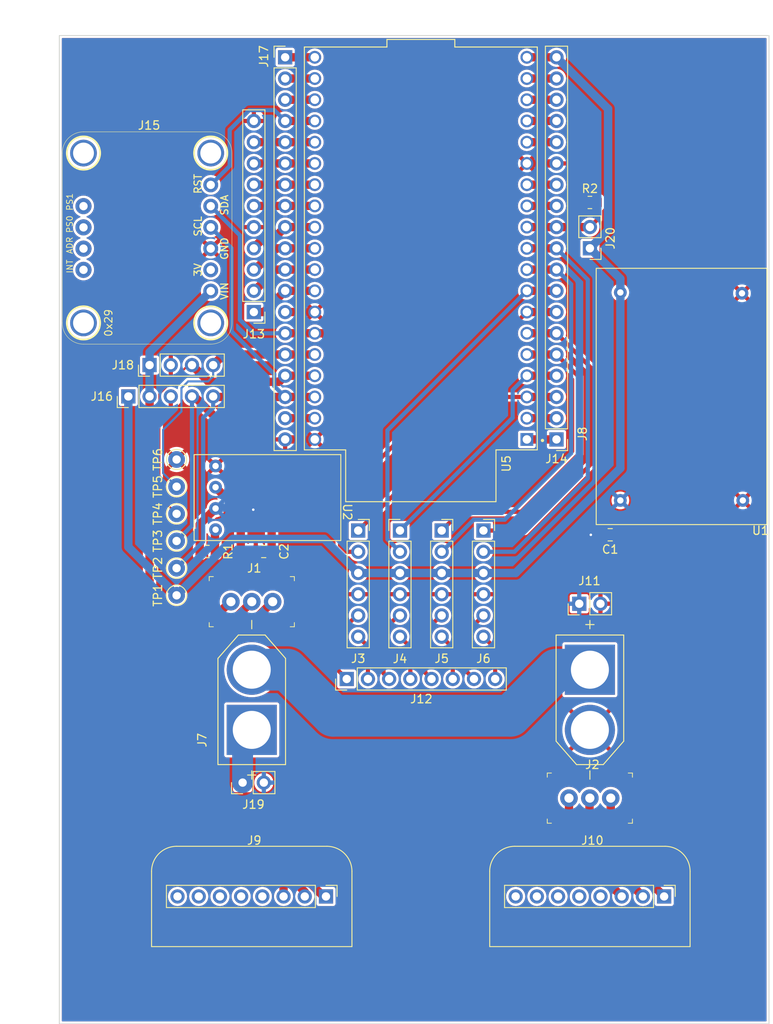
<source format=kicad_pcb>
(kicad_pcb (version 20211014) (generator pcbnew)
  (layers (0 "F.Cu" signal) (31 "B.Cu" signal) (34 "B.Paste" user) (35 "F.Paste" user) (36 "B.SilkS" user "B.Silkscreen") (37 "F.SilkS" user "F.Silkscreen") (38 "B.Mask" user) (39 "F.Mask" user) (44 "Edge.Cuts" user))
  (net 0 "")
  (net 1 "+15V")
  (net 2 "GND")
  (net 3 "Net-(J9-Pad3)")
  (net 4 "Net-(J9-Pad2)")
  (net 5 "Net-(J9-Pad1)")
  (net 6 "Net-(J10-Pad1)")
  (net 7 "Net-(J10-Pad2)")
  (net 8 "Net-(J10-Pad3)")
  (net 9 "/M1ENCB")
  (net 10 "/M1ENCA")
  (net 11 "+5V")
  (net 12 "Net-(J12-Pad1)")
  (net 13 "Net-(J12-Pad2)")
  (net 14 "/M2ENCB")
  (net 15 "/M2ENCA")
  (net 16 "Net-(J12-Pad3)")
  (net 17 "Net-(J12-Pad4)")
  (net 18 "/M3ENCB")
  (net 19 "/M3ENCA")
  (net 20 "Net-(J12-Pad5)")
  (net 21 "Net-(J12-Pad6)")
  (net 22 "/M4ENCB")
  (net 23 "/M4ENCA")
  (net 24 "Net-(J12-Pad7)")
  (net 25 "Net-(J12-Pad8)")
  (net 26 "Net-(J19-Pad1)")
  (net 27 "Net-(J7-PadN)")
  (net 38 "/DIR1 (1)")
  (net 39 "/PWM1 (1)")
  (net 40 "/DIR2 (2)")
  (net 41 "/PWM2 (2)")
  (net 42 "/DIR1 (3)")
  (net 43 "/PWM1 (3)")
  (net 44 "/DIR2 (4)")
  (net 45 "/PWM2 (4)")
  (net 46 "Net-(J14-Pad1)")
  (net 47 "Net-(J14-Pad2)")
  (net 48 "/LOGIC_SWTICH")
  (net 49 "Net-(J14-Pad12)")
  (net 50 "Net-(J14-Pad13)")
  (net 51 "Net-(J14-Pad15)")
  (net 52 "Net-(J14-Pad16)")
  (net 53 "Net-(J14-Pad17)")
  (net 54 "Net-(J14-Pad18)")
  (net 55 "+3.3V")
  (net 57 "/SDA")
  (net 58 "/SCL")
  (net 59 "/RST")
  (net 60 "Net-(J17-Pad1)")
  (net 61 "Net-(J17-Pad2)")
  (net 62 "Net-(J17-Pad3)")
  (net 63 "/RX")
  (net 64 "/TX")
  (net 65 "Net-(J17-Pad18)")
  (net 66 "Net-(R1-Pad1)")
  (footprint "Connector_PinHeader_2.54mm:PinHeader_1x06_P2.54mm_Vertical" (layer "F.Cu") (at 168.298941 146.972851)
    (fp_text reference "J4")
    (fp_text value "Drive Motor 2")
  )
  (footprint "Connector_PinSocket_2.54mm:PinSocket_1x06_P2.54mm_Vertical" (layer "F.Cu") (at 163.298941 146.972851)
    (fp_text reference "J3")
    (fp_text value "Drive Motor 1")
  )
  (footprint "Connector_PinSocket_2.54mm:PinSocket_1x06_P2.54mm_Vertical" (layer "F.Cu") (at 173.298941 146.972851)
    (fp_text reference "J5")
    (fp_text value "Drive Motor 3")
  )
  (footprint "TestPoint:TestPoint_THTPad_D2.0mm_Drill1.0mm" (layer "F.Cu") (at 141.548941 151.472851 90)
    (fp_text reference "TP2")
    (fp_text value "TestPoint - SCL")
  )
  (footprint "Library:DC-DC_Buck_Converter_7-24V_to_5V_4A" (layer "F.Cu") (at 191.895 146.17 90)
    (fp_text reference "U1")
    (fp_text value "DC-DC_Buck_Converter_7-24V_to_5V_4A")
  )
  (footprint "Connector_PinHeader_2.54mm:PinHeader_1x10_P2.54mm_Vertical" (layer "F.Cu") (at 150.798941 120.832851 180)
    (fp_text reference "J13")
    (fp_text value "2 x Motor Driver")
  )
  (footprint "TestPoint:TestPoint_THTPad_D2.0mm_Drill1.0mm" (layer "F.Cu") (at 141.548941 148.222851 90)
    (fp_text reference "TP3")
    (fp_text value "TestPoint - SDA")
  )
  (footprint "digikey-footprints:PinHeader_1x3_P2.5mm_Drill1.1mm" (layer "F.Cu") (at 148.053941 155.485)
    (fp_text reference "J1")
    (fp_text value "B3B-XH-A_LF__SN_")
  )
  (footprint "digikey-footprints:PinHeader_1x3_P2.5mm_Drill1.1mm" (layer "F.Cu") (at 188.543941 178.985)
    (fp_text reference "J2")
    (fp_text value "B3B-XH-A_LF__SN_")
  )
  (footprint "Connector_PinHeader_2.54mm:PinHeader_1x02_P2.54mm_Vertical" (layer "F.Cu") (at 149.455 177.13 90)
    (fp_text reference "J19")
    (fp_text value "Power Switch")
  )
  (footprint "Capacitor_SMD:C_0805_2012Metric" (layer "F.Cu") (at 151.98 149.48 180)
    (fp_text reference "C2")
    (fp_text value "10UF")
  )
  (footprint "Library:Lipo Buzzer Vertical" (layer "F.Cu") (at 150.548941 190.75)
    (fp_text reference "J9")
    (fp_text value "Lipo Buzzer 1")
  )
  (footprint "Resistor_SMD:R_0805_2012Metric" (layer "F.Cu") (at 191.048941 107.722851)
    (fp_text reference "R2")
    (fp_text value "10K")
  )
  (footprint "Library:Lipo Buzzer Vertical" (layer "F.Cu") (at 191.048941 190.75)
    (fp_text reference "J10")
    (fp_text value "Lipo Buzzer 2")
  )
  (footprint "Connector_PinSocket_2.54mm:PinSocket_1x06_P2.54mm_Vertical" (layer "F.Cu") (at 178.298941 146.972851)
    (fp_text reference "J6")
    (fp_text value "Drive Motor 4")
  )
  (footprint "TestPoint:TestPoint_THTPad_D2.0mm_Drill1.0mm" (layer "F.Cu") (at 141.548941 154.722851 90)
    (fp_text reference "TP1")
    (fp_text value "TestPoint - 5V")
  )
  (footprint "Connector_PinHeader_2.54mm:PinHeader_1x19_P2.54mm_Vertical" (layer "F.Cu") (at 187.048941 136.072851 180)
    (fp_text reference "J14")
    (fp_text value "Conn_01x19_Male")
  )
  (footprint "Connector_PinHeader_2.54mm:PinHeader_1x02_P2.54mm_Vertical" (layer "F.Cu") (at 189.773941 155.73 90)
    (fp_text reference "J11")
    (fp_text value "Voltmeter 1")
  )
  (footprint "Resistor_SMD:R_0805_2012Metric" (layer "F.Cu") (at 145.23 149.48 180)
    (fp_text reference "R1")
    (fp_text value "100K")
  )
  (footprint "ESP32-DEVKITC:MODULE_ESP32-DEVKITC" (layer "F.Cu") (at 170.798941 113.222851 180)
    (fp_text reference "U5")
    (fp_text value "ESP32-DEVKITC")
  )
  (footprint "TestPoint:TestPoint_THTPad_D2.0mm_Drill1.0mm" (layer "F.Cu") (at 141.548941 141.722851 90)
    (fp_text reference "TP5")
    (fp_text value "TestPoint - RX")
  )
  (footprint "Connector_PinHeader_2.54mm:PinHeader_1x05_P2.54mm_Vertical" (layer "F.Cu") (at 135.77 130.93 90)
    (fp_text reference "J16")
    (fp_text value "Line PCB")
  )
  (footprint "TestPoint:TestPoint_THTPad_D2.0mm_Drill1.0mm" (layer "F.Cu") (at 141.548941 138.472851 90)
    (fp_text reference "TP6")
    (fp_text value "TestPoint - GND")
  )
  (footprint "TestPoint:TestPoint_THTPad_D2.0mm_Drill1.0mm" (layer "F.Cu") (at 141.548941 144.972851 90)
    (fp_text reference "TP4")
    (fp_text value "TestPoint - TX")
  )
  (footprint "Connector_PinHeader_2.54mm:PinHeader_1x04_P2.54mm_Vertical" (layer "F.Cu") (at 138.31 127.18 90)
    (fp_text reference "J18")
    (fp_text value "H7")
  )
  (footprint "Library:Adafruit IMU BNO055" (layer "F.Cu") (at 120.646441 112.382851 90)
    (fp_text reference "J15")
    (fp_text value "IMU Breakout - BNO055")
  )
  (footprint "XT60-M:AMASS_XT60-M" (layer "F.Cu") (at 191.048941 167.222851 -90)
    (fp_text reference "J8")
    (fp_text value "XT60-M")
  )
  (footprint "XT60-M:AMASS_XT60-M" (layer "F.Cu") (at 150.548941 167.222851 90)
    (fp_text reference "J7")
    (fp_text value "XT60-M")
  )
  (footprint "Library:MPM3610 3.3V Buck Converter Breakout - 21V In 3.3V Out at 1.2A" (layer "F.Cu") (at 161.125 137.98 -90)
    (fp_text reference "U2")
    (fp_text value "MPM3610_3.3V_Buck_Converter_Breakout_-_21V_In_3.3V_Out_at_1.2A")
  )
  (footprint "Connector_PinHeader_2.54mm:PinHeader_1x02_P2.54mm_Vertical" (layer "F.Cu") (at 191.048941 113.202851 180)
    (fp_text reference "J20")
    (fp_text value "Logic Switch")
  )
  (footprint "Connector_PinHeader_2.54mm:PinHeader_1x19_P2.54mm_Vertical" (layer "F.Cu") (at 154.548941 90.352851)
    (fp_text reference "J17")
    (fp_text value "Conn_01x19_Male")
  )
  (footprint "Capacitor_SMD:C_0805_2012Metric" (layer "F.Cu") (at 193.48 147.48)
    (fp_text reference "C1")
    (fp_text value "10UF")
  )
  (footprint "Connector_PinHeader_2.54mm:PinHeader_1x08_P2.54mm_Vertical" (layer "F.Cu") (at 161.923941 164.73 90)
    (fp_text reference "J12")
    (fp_text value "Motor Driver Outputs")
  )
  (gr_rect (start 127.5 87.75) (end 212.5 206) (layer "Edge.Cuts") (width 0.1) (fill none))
  (segment (start 192.53 147.48) (end 191.168208 147.48) (width 1) (layer "F.Cu") (net 1))
  (segment (start 152.93 146.68) (end 150.73 144.48) (width 1) (layer "F.Cu") (net 1))
  (segment (start 191.168208 147.48) (end 191.161059 147.487149) (width 1) (layer "F.Cu") (net 1))
  (segment (start 144.3175 149.48) (end 144.3175 146.2275) (width 1) (layer "F.Cu") (net 1))
  (segment (start 144.3175 146.2275) (end 146.215 144.33) (width 1) (layer "F.Cu") (net 1))
  (segment (start 152.93 149.48) (end 152.93 146.68) (width 1) (layer "F.Cu") (net 1))
  (via (at 191.161059 147.487149) (size 0.6) (drill 0.3) (layers "F.Cu" "B.Cu") (net 1))
  (via (at 150.73 144.48) (size 0.6) (drill 0.3) (layers "F.Cu" "B.Cu") (net 1))
  (segment (start 150.48 144.23) (end 146.315 144.23) (width 1) (layer "B.Cu") (net 1))
  (segment (start 150.73 144.48) (end 150.48 144.23) (width 1) (layer "B.Cu") (net 1))
  (segment (start 146.315 144.23) (end 146.215 144.33) (width 1) (layer "B.Cu") (net 1))
  (segment (start 158.098941 136.072851) (end 154.548941 136.072851) (width 1) (layer "F.Cu") (net 2))
  (segment (start 158.098941 120.832851) (end 154.548941 120.832851) (width 1) (layer "F.Cu") (net 2))
  (segment (start 183.498941 103.052851) (end 187.048941 103.052851) (width 1) (layer "F.Cu") (net 2))
  (segment (start 154.358941 190.75) (end 154.358941 189.358941) (width 1) (layer "F.Cu") (net 3))
  (segment (start 154.358941 189.358941) (end 141.98 176.98) (width 1) (layer "F.Cu") (net 3))
  (segment (start 147.975 155.485) (end 148.053941 155.485) (width 1) (layer "F.Cu") (net 3))
  (segment (start 141.98 176.98) (end 141.98 161.48) (width 1) (layer "F.Cu") (net 3))
  (segment (start 141.98 161.48) (end 147.975 155.485) (width 1) (layer "F.Cu") (net 3))
  (segment (start 143.78 162.258941) (end 143.78 177.082944) (width 1) (layer "F.Cu") (net 4))
  (segment (start 143.78 177.082944) (end 156.898941 190.201885) (width 1) (layer "F.Cu") (net 4))
  (segment (start 150.548941 155.49) (end 143.78 162.258941) (width 1) (layer "F.Cu") (net 4))
  (segment (start 156.898941 190.201885) (end 156.898941 190.75) (width 1) (layer "F.Cu") (net 4))
  (segment (start 159.438941 190.75) (end 159.144112 190.75) (width 1) (layer "F.Cu") (net 5))
  (segment (start 145.73 162.808941) (end 153.053941 155.485) (width 1) (layer "F.Cu") (net 5))
  (segment (start 159.144112 190.75) (end 145.73 177.335888) (width 1) (layer "F.Cu") (net 5))
  (segment (start 145.73 177.335888) (end 145.73 162.808941) (width 1) (layer "F.Cu") (net 5))
  (segment (start 193.543941 184.355) (end 199.938941 190.75) (width 1) (layer "F.Cu") (net 6))
  (segment (start 193.543941 178.985) (end 193.543941 184.355) (width 1) (layer "F.Cu") (net 6))
  (segment (start 197.398941 190.75) (end 191 184.351059) (width 1) (layer "F.Cu") (net 7))
  (segment (start 191 184.351059) (end 191 179.028941) (width 1) (layer "F.Cu") (net 7))
  (segment (start 191 179.028941) (end 191.043941 178.985) (width 1) (layer "F.Cu") (net 7))
  (segment (start 188.543941 184.435) (end 194.858941 190.75) (width 1) (layer "F.Cu") (net 8))
  (segment (start 188.543941 178.985) (end 188.543941 184.435) (width 1) (layer "F.Cu") (net 8))
  (segment (start 183.498941 130.992851) (end 187.048941 130.992851) (width 1) (layer "F.Cu") (net 9))
  (segment (start 179.278941 130.992851) (end 183.498941 130.992851) (width 0.5) (layer "F.Cu") (net 9))
  (segment (start 163.298941 146.972851) (end 179.278941 130.992851) (width 0.5) (layer "F.Cu") (net 9))
  (segment (start 161.912851 149.512851) (end 161.13 148.73) (width 0.5) (layer "F.Cu") (net 10))
  (segment (start 163.298941 149.512851) (end 161.912851 149.512851) (width 0.5) (layer "F.Cu") (net 10))
  (segment (start 183.498941 120.832851) (end 187.048941 120.832851) (width 1) (layer "F.Cu") (net 10))
  (segment (start 161.13 148.73) (end 161.13 143.201792) (width 0.5) (layer "F.Cu") (net 10))
  (segment (start 161.13 143.201792) (end 183.498941 120.832851) (width 0.5) (layer "F.Cu") (net 10))
  (segment (start 183.498941 90.352851) (end 187.048941 90.352851) (width 1) (layer "F.Cu") (net 11))
  (segment (start 182.157149 152.052851) (end 194.695 139.515) (width 1) (layer "B.Cu") (net 11))
  (segment (start 193.23 96.53391) (end 187.048941 90.352851) (width 1) (layer "B.Cu") (net 11))
  (segment (start 141.548941 154.722851) (end 135.77 148.94391) (width 1) (layer "B.Cu") (net 11))
  (segment (start 194.695 139.515) (end 194.695 118.49) (width 1) (layer "B.Cu") (net 11))
  (segment (start 194.695 118.49) (end 194.695 116.84891) (width 1) (layer "B.Cu") (net 11))
  (segment (start 148.298941 147.972851) (end 141.548941 154.722851) (width 1) (layer "B.Cu") (net 11))
  (segment (start 178.298941 152.052851) (end 182.157149 152.052851) (width 1) (layer "B.Cu") (net 11))
  (segment (start 135.77 148.94391) (end 135.77 130.93) (width 1) (layer "B.Cu") (net 11))
  (segment (start 193.23 111.021792) (end 193.23 96.53391) (width 1) (layer "B.Cu") (net 11))
  (segment (start 163.298941 152.052851) (end 159.218941 147.972851) (width 1) (layer "B.Cu") (net 11))
  (segment (start 194.695 116.84891) (end 191.048941 113.202851) (width 1) (layer "B.Cu") (net 11))
  (segment (start 159.218941 147.972851) (end 148.298941 147.972851) (width 1) (layer "B.Cu") (net 11))
  (segment (start 178.298941 152.052851) (end 163.298941 152.052851) (width 1) (layer "B.Cu") (net 11))
  (segment (start 191.048941 113.202851) (end 193.23 111.021792) (width 1) (layer "B.Cu") (net 11))
  (segment (start 163.127149 157.132851) (end 163.298941 157.132851) (width 0.5) (layer "F.Cu") (net 12))
  (segment (start 161.923941 164.73) (end 160.93 163.736059) (width 0.5) (layer "F.Cu") (net 12))
  (segment (start 160.93 163.736059) (end 160.93 159.33) (width 0.5) (layer "F.Cu") (net 12))
  (segment (start 160.93 159.33) (end 163.127149 157.132851) (width 0.5) (layer "F.Cu") (net 12))
  (segment (start 163.298941 159.672851) (end 164.463941 160.837851) (width 0.5) (layer "F.Cu") (net 13))
  (segment (start 164.463941 160.837851) (end 164.463941 164.73) (width 0.5) (layer "F.Cu") (net 13))
  (segment (start 183.498941 128.452851) (end 187.048941 128.452851) (width 1) (layer "F.Cu") (net 14))
  (segment (start 181.798941 130.152851) (end 183.498941 128.452851) (width 0.5) (layer "B.Cu") (net 14))
  (segment (start 168.298941 146.972851) (end 181.798941 133.472851) (width 0.5) (layer "B.Cu") (net 14))
  (segment (start 181.798941 133.472851) (end 181.798941 130.152851) (width 0.5) (layer "B.Cu") (net 14))
  (segment (start 183.498941 118.292851) (end 187.048941 118.292851) (width 1) (layer "F.Cu") (net 15))
  (segment (start 166.798941 134.992851) (end 183.498941 118.292851) (width 0.5) (layer "B.Cu") (net 15))
  (segment (start 166.798941 148.012851) (end 166.798941 134.992851) (width 0.5) (layer "B.Cu") (net 15))
  (segment (start 168.298941 149.512851) (end 166.798941 148.012851) (width 0.5) (layer "B.Cu") (net 15))
  (segment (start 168.113045 157.132851) (end 168.298941 157.132851) (width 0.5) (layer "F.Cu") (net 16))
  (segment (start 166.33 164.056059) (end 166.33 158.915896) (width 0.5) (layer "F.Cu") (net 16))
  (segment (start 167.003941 164.73) (end 166.33 164.056059) (width 0.5) (layer "F.Cu") (net 16))
  (segment (start 166.33 158.915896) (end 168.113045 157.132851) (width 0.5) (layer "F.Cu") (net 16))
  (segment (start 168.298941 159.672851) (end 169.543941 160.917851) (width 0.5) (layer "F.Cu") (net 17))
  (segment (start 169.543941 160.917851) (end 169.543941 164.73) (width 0.5) (layer "F.Cu") (net 17))
  (segment (start 175.541792 144.73) (end 182.801842 144.73) (width 0.5) (layer "F.Cu") (net 18))
  (segment (start 183.498941 125.912851) (end 187.048941 125.912851) (width 1) (layer "F.Cu") (net 18))
  (segment (start 189.73 128.59391) (end 187.048941 125.912851) (width 0.5) (layer "F.Cu") (net 18))
  (segment (start 182.801842 144.73) (end 189.73 137.801842) (width 0.5) (layer "F.Cu") (net 18))
  (segment (start 173.298941 146.972851) (end 175.541792 144.73) (width 0.5) (layer "F.Cu") (net 18))
  (segment (start 189.73 137.801842) (end 189.73 128.59391) (width 0.5) (layer "F.Cu") (net 18))
  (segment (start 183.498941 115.752851) (end 187.048941 115.752851) (width 1) (layer "F.Cu") (net 19))
  (segment (start 180.848941 145.672851) (end 188.798941 137.722851) (width 0.5) (layer "B.Cu") (net 19))
  (segment (start 188.798941 137.722851) (end 188.798941 117.502851) (width 0.5) (layer "B.Cu") (net 19))
  (segment (start 173.298941 149.512851) (end 177.138941 145.672851) (width 0.5) (layer "B.Cu") (net 19))
  (segment (start 177.138941 145.672851) (end 180.848941 145.672851) (width 0.5) (layer "B.Cu") (net 19))
  (segment (start 188.798941 117.502851) (end 187.048941 115.752851) (width 0.5) (layer "B.Cu") (net 19))
  (segment (start 171.33 159.015896) (end 173.213045 157.132851) (width 0.5) (layer "F.Cu") (net 20))
  (segment (start 171.33 163.976059) (end 171.33 159.015896) (width 0.5) (layer "F.Cu") (net 20))
  (segment (start 173.213045 157.132851) (end 173.298941 157.132851) (width 0.5) (layer "F.Cu") (net 20))
  (segment (start 172.083941 164.73) (end 171.33 163.976059) (width 0.5) (layer "F.Cu") (net 20))
  (segment (start 174.623941 160.997851) (end 173.298941 159.672851) (width 0.5) (layer "F.Cu") (net 21))
  (segment (start 174.623941 164.73) (end 174.623941 160.997851) (width 0.5) (layer "F.Cu") (net 21))
  (segment (start 178.298941 146.972851) (end 183.237149 146.972851) (width 0.5) (layer "F.Cu") (net 22))
  (segment (start 191.23 127.55391) (end 187.048941 123.372851) (width 0.5) (layer "F.Cu") (net 22))
  (segment (start 191.23 138.98) (end 191.23 127.55391) (width 0.5) (layer "F.Cu") (net 22))
  (segment (start 183.237149 146.972851) (end 191.23 138.98) (width 0.5) (layer "F.Cu") (net 22))
  (segment (start 183.498941 123.372851) (end 187.048941 123.372851) (width 1) (layer "F.Cu") (net 22))
  (segment (start 183.498941 113.212851) (end 187.048941 113.212851) (width 1) (layer "F.Cu") (net 23))
  (segment (start 178.298941 149.512851) (end 182.008941 149.512851) (width 0.5) (layer "B.Cu") (net 23))
  (segment (start 182.008941 149.512851) (end 190.798941 140.722851) (width 0.5) (layer "B.Cu") (net 23))
  (segment (start 190.798941 140.722851) (end 190.798941 116.962851) (width 0.5) (layer "B.Cu") (net 23))
  (segment (start 190.798941 116.962851) (end 187.048941 113.212851) (width 0.5) (layer "B.Cu") (net 23))
  (segment (start 176.33 159.101792) (end 176.33 163.896059) (width 0.5) (layer "F.Cu") (net 24))
  (segment (start 178.298941 157.132851) (end 176.33 159.101792) (width 0.5) (layer "F.Cu") (net 24))
  (segment (start 176.33 163.896059) (end 177.163941 164.73) (width 0.5) (layer "F.Cu") (net 24))
  (segment (start 179.703941 161.077851) (end 178.298941 159.672851) (width 0.5) (layer "F.Cu") (net 25))
  (segment (start 179.703941 164.73) (end 179.703941 161.077851) (width 0.5) (layer "F.Cu") (net 25))
  (segment (start 149.455 177.13) (end 149.455 171.916792) (width 2.5) (layer "B.Cu") (net 26))
  (segment (start 187.037149 163.622851) (end 191.048941 163.622851) (width 5) (layer "B.Cu") (net 27))
  (segment (start 160.29873 169.13) (end 181.53 169.13) (width 5) (layer "B.Cu") (net 27))
  (segment (start 154.791581 163.622851) (end 160.29873 169.13) (width 5) (layer "B.Cu") (net 27))
  (segment (start 181.53 169.13) (end 187.037149 163.622851) (width 5) (layer "B.Cu") (net 27))
  (segment (start 150.548941 163.622851) (end 154.791581 163.622851) (width 5) (layer "B.Cu") (net 27))
  (segment (start 150.798941 120.832851) (end 152.008941 120.832851) (width 1) (layer "F.Cu") (net 38))
  (segment (start 154.548941 118.292851) (end 158.098941 118.292851) (width 1) (layer "F.Cu") (net 38))
  (segment (start 152.008941 120.832851) (end 154.548941 118.292851) (width 1) (layer "F.Cu") (net 38))
  (segment (start 154.548941 115.752851) (end 153.423045 115.752851) (width 1) (layer "F.Cu") (net 39))
  (segment (start 150.883045 118.292851) (end 150.798941 118.292851) (width 1) (layer "F.Cu") (net 39))
  (segment (start 153.423045 115.752851) (end 150.883045 118.292851) (width 1) (layer "F.Cu") (net 39))
  (segment (start 158.098941 115.752851) (end 154.548941 115.752851) (width 1) (layer "F.Cu") (net 39))
  (segment (start 150.953045 115.752851) (end 150.798941 115.752851) (width 1) (layer "F.Cu") (net 40))
  (segment (start 154.548941 113.212851) (end 153.493045 113.212851) (width 1) (layer "F.Cu") (net 40))
  (segment (start 154.548941 113.212851) (end 158.098941 113.212851) (width 1) (layer "F.Cu") (net 40))
  (segment (start 153.493045 113.212851) (end 150.953045 115.752851) (width 1) (layer "F.Cu") (net 40))
  (segment (start 152.008941 111.93) (end 153.291792 111.93) (width 1) (layer "F.Cu") (net 41))
  (segment (start 153.291792 111.93) (end 154.548941 110.672851) (width 1) (layer "F.Cu") (net 41))
  (segment (start 150.798941 113.14) (end 152.008941 111.93) (width 1) (layer "F.Cu") (net 41))
  (segment (start 154.548941 110.672851) (end 158.098941 110.672851) (width 1) (layer "F.Cu") (net 41))
  (segment (start 150.798941 113.212851) (end 150.798941 113.14) (width 1) (layer "F.Cu") (net 41))
  (segment (start 150.798941 108.132851) (end 158.098941 108.132851) (width 1) (layer "F.Cu") (net 42))
  (segment (start 150.798941 105.592851) (end 158.098941 105.592851) (width 1) (layer "F.Cu") (net 43))
  (segment (start 154.548941 103.052851) (end 158.098941 103.052851) (width 1) (layer "F.Cu") (net 44))
  (segment (start 150.798941 103.052851) (end 154.548941 103.052851) (width 1) (layer "F.Cu") (net 44))
  (segment (start 158.098941 100.512851) (end 154.548941 100.512851) (width 1) (layer "F.Cu") (net 45))
  (segment (start 150.798941 100.512851) (end 154.548941 100.512851) (width 1) (layer "F.Cu") (net 45))
  (segment (start 183.498941 136.072851) (end 187.048941 136.072851) (width 1) (layer "F.Cu") (net 46))
  (segment (start 183.498941 133.532851) (end 187.048941 133.532851) (width 1) (layer "F.Cu") (net 47))
  (segment (start 191.961441 107.722851) (end 191.961441 109.750351) (width 0.5) (layer "F.Cu") (net 48))
  (segment (start 191.961441 109.750351) (end 191.048941 110.662851) (width 0.5) (layer "F.Cu") (net 48))
  (segment (start 191.038941 110.672851) (end 191.048941 110.662851) (width 1) (layer "F.Cu") (net 48))
  (segment (start 183.498941 110.672851) (end 191.038941 110.672851) (width 1) (layer "F.Cu") (net 48))
  (segment (start 183.498941 108.132851) (end 187.048941 108.132851) (width 1) (layer "F.Cu") (net 49))
  (segment (start 183.498941 105.592851) (end 187.048941 105.592851) (width 1) (layer "F.Cu") (net 50))
  (segment (start 183.498941 100.512851) (end 187.048941 100.512851) (width 1) (layer "F.Cu") (net 51))
  (segment (start 183.498941 97.972851) (end 187.048941 97.972851) (width 1) (layer "F.Cu") (net 52))
  (segment (start 183.498941 95.432851) (end 187.048941 95.432851) (width 1) (layer "F.Cu") (net 53))
  (segment (start 183.498941 92.892851) (end 187.048941 92.892851) (width 1) (layer "F.Cu") (net 54))
  (segment (start 146.215 141.79) (end 149.23 144.805) (width 1) (layer "F.Cu") (net 55))
  (segment (start 138.31 155.06) (end 138.31 130.93) (width 1) (layer "F.Cu") (net 55))
  (segment (start 149.23 150.23) (end 142.23 157.23) (width 1) (layer "F.Cu") (net 55))
  (segment (start 140.48 157.23) (end 138.31 155.06) (width 1) (layer "F.Cu") (net 55))
  (segment (start 142.23 157.23) (end 140.48 157.23) (width 1) (layer "F.Cu") (net 55))
  (segment (start 149.23 144.805) (end 149.23 150.23) (width 1) (layer "F.Cu") (net 55))
  (segment (start 138.31 127.18) (end 138.31 130.93) (width 1) (layer "B.Cu") (net 55))
  (segment (start 138.31 127.18) (end 138.31 125.649292) (width 1) (layer "B.Cu") (net 55))
  (segment (start 138.31 125.649292) (end 145.636441 118.322851) (width 1) (layer "B.Cu") (net 55))
  (segment (start 149.98 135.23) (end 153.48 138.73) (width 1) (layer "F.Cu") (net 57))
  (segment (start 159.122851 123.372851) (end 158.098941 123.372851) (width 1) (layer "F.Cu") (net 57))
  (segment (start 143.68 130.93) (end 147.98 135.23) (width 1) (layer "F.Cu") (net 57))
  (segment (start 160.48 124.73) (end 159.122851 123.372851) (width 1) (layer "F.Cu") (net 57))
  (segment (start 158.098941 123.372851) (end 154.548941 123.372851) (width 1) (layer "F.Cu") (net 57))
  (segment (start 160.48 137.23) (end 160.48 124.73) (width 1) (layer "F.Cu") (net 57))
  (segment (start 153.48 138.73) (end 158.98 138.73) (width 1) (layer "F.Cu") (net 57))
  (segment (start 143.39 130.93) (end 143.68 130.93) (width 1) (layer "F.Cu") (net 57))
  (segment (start 158.98 138.73) (end 160.48 137.23) (width 1) (layer "F.Cu") (net 57))
  (segment (start 147.98 135.23) (end 149.98 135.23) (width 1) (layer "F.Cu") (net 57))
  (segment (start 141.548941 148.222851) (end 143.39 146.381792) (width 0.5) (layer "B.Cu") (net 57))
  (segment (start 145.636441 108.162851) (end 149.13 111.65641) (width 0.5) (layer "B.Cu") (net 57))
  (segment (start 149.13 111.65641) (end 149.13 121.76391) (width 0.5) (layer "B.Cu") (net 57))
  (segment (start 150.738941 123.372851) (end 154.548941 123.372851) (width 0.5) (layer "B.Cu") (net 57))
  (segment (start 143.39 146.381792) (end 143.39 130.93) (width 0.5) (layer "B.Cu") (net 57))
  (segment (start 149.13 121.76391) (end 150.738941 123.372851) (width 0.5) (layer "B.Cu") (net 57))
  (segment (start 145.992851 130.992851) (end 145.93 130.93) (width 1) (layer "F.Cu") (net 58))
  (segment (start 145.965 130.95) (end 145.945 130.93) (width 1) (layer "F.Cu") (net 58))
  (segment (start 158.098941 130.992851) (end 154.548941 130.992851) (width 1) (layer "F.Cu") (net 58))
  (segment (start 154.548941 130.992851) (end 145.992851 130.992851) (width 1) (layer "F.Cu") (net 58))
  (segment (start 145.636441 110.702851) (end 148.13 113.19641) (width 0.5) (layer "B.Cu") (net 58))
  (segment (start 148.13 123.145432) (end 153.248941 128.264373) (width 0.5) (layer "B.Cu") (net 58))
  (segment (start 153.248941 129.692851) (end 154.548941 130.992851) (width 0.5) (layer "B.Cu") (net 58))
  (segment (start 145.93 132.28) (end 145.93 130.93) (width 0.5) (layer "B.Cu") (net 58))
  (segment (start 148.13 113.19641) (end 148.13 123.145432) (width 0.5) (layer "B.Cu") (net 58))
  (segment (start 144.73 133.48) (end 145.93 132.28) (width 0.5) (layer "B.Cu") (net 58))
  (segment (start 144.73 148.291792) (end 144.73 133.48) (width 0.5) (layer "B.Cu") (net 58))
  (segment (start 141.548941 151.472851) (end 144.73 148.291792) (width 0.5) (layer "B.Cu") (net 58))
  (segment (start 153.248941 128.264373) (end 153.248941 129.692851) (width 0.5) (layer "B.Cu") (net 58))
  (segment (start 158.098941 97.972851) (end 154.548941 97.972851) (width 1) (layer "F.Cu") (net 59))
  (segment (start 147.902441 99.030873) (end 150.260463 96.672851) (width 0.5) (layer "B.Cu") (net 59))
  (segment (start 153.248941 96.672851) (end 154.548941 97.972851) (width 0.5) (layer "B.Cu") (net 59))
  (segment (start 147.902441 103.356851) (end 147.902441 99.030873) (width 0.5) (layer "B.Cu") (net 59))
  (segment (start 145.636441 105.622851) (end 147.902441 103.356851) (width 0.5) (layer "B.Cu") (net 59))
  (segment (start 150.260463 96.672851) (end 153.248941 96.672851) (width 0.5) (layer "B.Cu") (net 59))
  (segment (start 158.098941 90.352851) (end 154.548941 90.352851) (width 1) (layer "F.Cu") (net 60))
  (segment (start 158.098941 92.892851) (end 154.548941 92.892851) (width 1) (layer "F.Cu") (net 61))
  (segment (start 158.098941 95.432851) (end 154.548941 95.432851) (width 1) (layer "F.Cu") (net 62))
  (segment (start 147.197149 125.912851) (end 145.93 127.18) (width 1) (layer "F.Cu") (net 63))
  (segment (start 154.548941 125.912851) (end 147.197149 125.912851) (width 1) (layer "F.Cu") (net 63))
  (segment (start 158.098941 125.912851) (end 154.548941 125.912851) (width 1) (layer "F.Cu") (net 63))
  (segment (start 141.548941 141.722851) (end 139.93 140.10391) (width 0.25) (layer "B.Cu") (net 63))
  (segment (start 145.33 129.13) (end 145.93 128.53) (width 0.25) (layer "B.Cu") (net 63))
  (segment (start 145.93 128.53) (end 145.93 127.18) (width 0.25) (layer "B.Cu") (net 63))
  (segment (start 139.93 140.10391) (end 139.93 134.93) (width 0.25) (layer "B.Cu") (net 63))
  (segment (start 142.13 129.93) (end 142.93 129.13) (width 0.25) (layer "B.Cu") (net 63))
  (segment (start 139.93 134.93) (end 142.13 132.73) (width 0.25) (layer "B.Cu") (net 63))
  (segment (start 142.93 129.13) (end 145.33 129.13) (width 0.25) (layer "B.Cu") (net 63))
  (segment (start 142.13 132.73) (end 142.13 129.93) (width 0.25) (layer "B.Cu") (net 63))
  (segment (start 153.821792 129.18) (end 145.39 129.18) (width 1) (layer "F.Cu") (net 64))
  (segment (start 142.938299 127.18) (end 143.39 127.18) (width 0.25) (layer "F.Cu") (net 64))
  (segment (start 154.548941 128.452851) (end 153.821792 129.18) (width 1) (layer "F.Cu") (net 64))
  (segment (start 139.485 142.90891) (end 139.485 130.633299) (width 0.25) (layer "F.Cu") (net 64))
  (segment (start 158.098941 128.452851) (end 154.548941 128.452851) (width 1) (layer "F.Cu") (net 64))
  (segment (start 139.485 130.633299) (end 142.938299 127.18) (width 0.25) (layer "F.Cu") (net 64))
  (segment (start 141.548941 144.972851) (end 139.485 142.90891) (width 0.25) (layer "F.Cu") (net 64))
  (segment (start 145.39 129.18) (end 143.39 127.18) (width 1) (layer "F.Cu") (net 64))
  (segment (start 158.098941 133.532851) (end 154.548941 133.532851) (width 1) (layer "F.Cu") (net 65))
  (segment (start 146.1425 146.9425) (end 146.215 146.87) (width 1) (layer "F.Cu") (net 66))
  (segment (start 146.1425 149.48) (end 146.1425 146.9425) (width 1) (layer "F.Cu") (net 66))
  (zone (net 2) (net_name "GND") (layer "F.Cu") (connect_pads (clearance 0.3)) (min_thickness 0.15) (fill yes (thermal_gap 0.508) (thermal_bridge_width 0.508))
    (polygon (pts (xy 212.75 83.5) (xy 213 206) (xy 127.5 206) (xy 127.5 83.5)))
  )
  (zone (net 1) (net_name "+15V") (layer "B.Cu") (connect_pads (clearance 0.3)) (min_thickness 0.15) (fill yes (thermal_gap 0.508) (thermal_bridge_width 0.508))
    (polygon (pts (xy 212.75 83.5) (xy 213 206) (xy 127.5 206) (xy 127.5 83.5)))
  )
)
</source>
